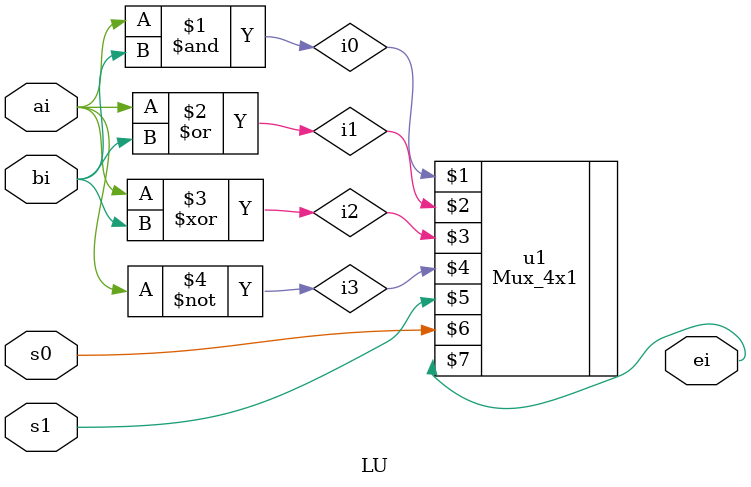
<source format=v>

module LU(ai, bi, s1, s0, ei);

	input ai, bi, s1, s0;
	output ei;
	wire i0, i1, i2, i3;

	and(i0, ai, bi);
	or(i1, ai, bi);
	xor(i2, ai, bi);
	not(i3, ai);

	Mux_4x1 u1(i0,i1,i2,i3,s1,s0,ei);

endmodule

</source>
